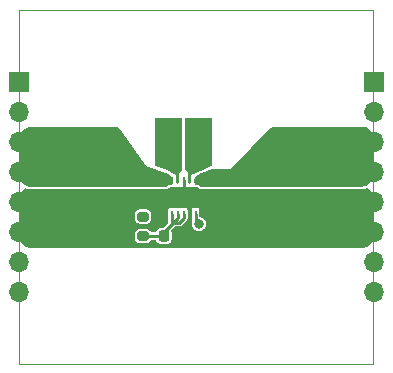
<source format=gbr>
G04 #@! TF.GenerationSoftware,KiCad,Pcbnew,(5.99.0-11522-g728b160719)*
G04 #@! TF.CreationDate,2021-07-25T13:21:19+10:00*
G04 #@! TF.ProjectId,DC_DC,44435f44-432e-46b6-9963-61645f706362,0.2*
G04 #@! TF.SameCoordinates,Original*
G04 #@! TF.FileFunction,Copper,L1,Top*
G04 #@! TF.FilePolarity,Positive*
%FSLAX46Y46*%
G04 Gerber Fmt 4.6, Leading zero omitted, Abs format (unit mm)*
G04 Created by KiCad (PCBNEW (5.99.0-11522-g728b160719)) date 2021-07-25 13:21:19*
%MOMM*%
%LPD*%
G01*
G04 APERTURE LIST*
G04 Aperture macros list*
%AMRoundRect*
0 Rectangle with rounded corners*
0 $1 Rounding radius*
0 $2 $3 $4 $5 $6 $7 $8 $9 X,Y pos of 4 corners*
0 Add a 4 corners polygon primitive as box body*
4,1,4,$2,$3,$4,$5,$6,$7,$8,$9,$2,$3,0*
0 Add four circle primitives for the rounded corners*
1,1,$1+$1,$2,$3*
1,1,$1+$1,$4,$5*
1,1,$1+$1,$6,$7*
1,1,$1+$1,$8,$9*
0 Add four rect primitives between the rounded corners*
20,1,$1+$1,$2,$3,$4,$5,0*
20,1,$1+$1,$4,$5,$6,$7,0*
20,1,$1+$1,$6,$7,$8,$9,0*
20,1,$1+$1,$8,$9,$2,$3,0*%
%AMFreePoly0*
4,1,21,-0.125000,1.200000,0.125000,1.200000,0.125000,1.700000,0.375000,1.700000,0.375000,1.200000,0.825000,1.200000,0.825000,-1.200000,0.375000,-1.200000,0.375000,-1.700000,0.125000,-1.700000,0.125000,-1.200000,-0.125000,-1.200000,-0.125000,-1.700000,-0.375000,-1.700000,-0.375000,-1.200000,-0.825000,-1.200000,-0.825000,1.200000,-0.375000,1.200000,-0.375000,1.700000,-0.125000,1.700000,
-0.125000,1.200000,-0.125000,1.200000,$1*%
G04 Aperture macros list end*
G04 #@! TA.AperFunction,Profile*
%ADD10C,0.100000*%
G04 #@! TD*
G04 #@! TA.AperFunction,SMDPad,CuDef*
%ADD11RoundRect,0.225000X-0.250000X0.225000X-0.250000X-0.225000X0.250000X-0.225000X0.250000X0.225000X0*%
G04 #@! TD*
G04 #@! TA.AperFunction,SMDPad,CuDef*
%ADD12RoundRect,0.200000X0.275000X-0.200000X0.275000X0.200000X-0.275000X0.200000X-0.275000X-0.200000X0*%
G04 #@! TD*
G04 #@! TA.AperFunction,SMDPad,CuDef*
%ADD13R,0.240000X0.600000*%
G04 #@! TD*
G04 #@! TA.AperFunction,ComponentPad*
%ADD14C,0.500000*%
G04 #@! TD*
G04 #@! TA.AperFunction,SMDPad,CuDef*
%ADD15FreePoly0,270.000000*%
G04 #@! TD*
G04 #@! TA.AperFunction,ComponentPad*
%ADD16R,1.700000X1.700000*%
G04 #@! TD*
G04 #@! TA.AperFunction,ComponentPad*
%ADD17O,1.700000X1.700000*%
G04 #@! TD*
G04 #@! TA.AperFunction,SMDPad,CuDef*
%ADD18R,0.980000X3.400000*%
G04 #@! TD*
G04 #@! TA.AperFunction,SMDPad,CuDef*
%ADD19RoundRect,0.225000X-0.225000X-0.250000X0.225000X-0.250000X0.225000X0.250000X-0.225000X0.250000X0*%
G04 #@! TD*
G04 #@! TA.AperFunction,ViaPad*
%ADD20C,0.800000*%
G04 #@! TD*
G04 #@! TA.AperFunction,Conductor*
%ADD21C,0.250000*%
G04 #@! TD*
G04 APERTURE END LIST*
D10*
X84303000Y-48006000D02*
X114275000Y-48006000D01*
X114275000Y-48006000D02*
X114275000Y-77978000D01*
X114275000Y-77978000D02*
X84303000Y-77978000D01*
X84303000Y-77978000D02*
X84303000Y-48006000D01*
D11*
G04 #@! TO.P,C3,1*
G04 #@! TO.N,+3V3*
X101643500Y-62204000D03*
G04 #@! TO.P,C3,2*
G04 #@! TO.N,GND*
X101643500Y-63754000D03*
G04 #@! TD*
G04 #@! TO.P,C1,1*
G04 #@! TO.N,VSS*
X94785500Y-62230000D03*
G04 #@! TO.P,C1,2*
G04 #@! TO.N,GND*
X94785500Y-63780000D03*
G04 #@! TD*
D12*
G04 #@! TO.P,R2,1*
G04 #@! TO.N,Net-(C2-Pad1)*
X94785500Y-67183000D03*
G04 #@! TO.P,R2,2*
G04 #@! TO.N,VSS*
X94785500Y-65533000D03*
G04 #@! TD*
D13*
G04 #@! TO.P,U1,1,VOUT*
G04 #@! TO.N,+3V3*
X99214500Y-62481000D03*
G04 #@! TO.P,U1,2,L2*
G04 #@! TO.N,Net-(L1-Pad2)*
X98714500Y-62481000D03*
G04 #@! TO.P,U1,3,PGND*
G04 #@! TO.N,GND*
X98214500Y-62481000D03*
G04 #@! TO.P,U1,4,L1*
G04 #@! TO.N,Net-(L1-Pad1)*
X97714500Y-62481000D03*
G04 #@! TO.P,U1,5,VIN*
G04 #@! TO.N,VSS*
X97214500Y-62481000D03*
G04 #@! TO.P,U1,6,EN*
G04 #@! TO.N,Net-(C2-Pad1)*
X97214500Y-65281000D03*
G04 #@! TO.P,U1,7,PS/SYNC*
X97714500Y-65281000D03*
G04 #@! TO.P,U1,8,VINA*
X98214500Y-65281000D03*
G04 #@! TO.P,U1,9,GND*
G04 #@! TO.N,GND*
X98714500Y-65281000D03*
G04 #@! TO.P,U1,10,FB*
G04 #@! TO.N,+3V3*
X99214500Y-65281000D03*
D14*
G04 #@! TO.P,U1,11,PGND*
G04 #@! TO.N,GND*
X99164500Y-63881000D03*
X98214500Y-64456000D03*
X98214500Y-63306000D03*
D15*
X98214500Y-63881000D03*
D14*
X97264500Y-63881000D03*
G04 #@! TD*
D11*
G04 #@! TO.P,C4,1*
G04 #@! TO.N,+3V3*
X103548500Y-62204000D03*
G04 #@! TO.P,C4,2*
G04 #@! TO.N,GND*
X103548500Y-63754000D03*
G04 #@! TD*
D16*
G04 #@! TO.P,J2,1,Pin_1*
G04 #@! TO.N,N/C*
X114300000Y-54102000D03*
D17*
G04 #@! TO.P,J2,2,Pin_2*
X114300000Y-56642000D03*
G04 #@! TO.P,J2,3,Pin_3*
G04 #@! TO.N,+3V3*
X114300000Y-59182000D03*
G04 #@! TO.P,J2,4,Pin_4*
X114300000Y-61722000D03*
G04 #@! TO.P,J2,5,Pin_5*
G04 #@! TO.N,GND*
X114300000Y-64262000D03*
G04 #@! TO.P,J2,6,Pin_6*
X114300000Y-66802000D03*
G04 #@! TO.P,J2,7,Pin_7*
G04 #@! TO.N,N/C*
X114300000Y-69342000D03*
G04 #@! TO.P,J2,8,Pin_8*
X114300000Y-71882000D03*
G04 #@! TD*
D18*
G04 #@! TO.P,L1,1*
G04 #@! TO.N,Net-(L1-Pad1)*
X97029500Y-59388000D03*
G04 #@! TO.P,L1,2*
G04 #@! TO.N,Net-(L1-Pad2)*
X99399500Y-59388000D03*
G04 #@! TD*
D19*
G04 #@! TO.P,C2,1*
G04 #@! TO.N,Net-(C2-Pad1)*
X96537500Y-67183000D03*
G04 #@! TO.P,C2,2*
G04 #@! TO.N,GND*
X98087500Y-67183000D03*
G04 #@! TD*
D16*
G04 #@! TO.P,J1,1,Pin_1*
G04 #@! TO.N,N/C*
X84303000Y-54102000D03*
D17*
G04 #@! TO.P,J1,2,Pin_2*
X84303000Y-56642000D03*
G04 #@! TO.P,J1,3,Pin_3*
G04 #@! TO.N,VSS*
X84303000Y-59182000D03*
G04 #@! TO.P,J1,4,Pin_4*
X84303000Y-61722000D03*
G04 #@! TO.P,J1,5,Pin_5*
G04 #@! TO.N,GND*
X84303000Y-64262000D03*
G04 #@! TO.P,J1,6,Pin_6*
X84303000Y-66802000D03*
G04 #@! TO.P,J1,7,Pin_7*
G04 #@! TO.N,N/C*
X84303000Y-69342000D03*
G04 #@! TO.P,J1,8,Pin_8*
X84303000Y-71882000D03*
G04 #@! TD*
D20*
G04 #@! TO.N,+3V3*
X99484500Y-66167000D03*
X100584000Y-62230000D03*
G04 #@! TO.N,VSS*
X94785500Y-65532000D03*
X94785500Y-62230000D03*
G04 #@! TD*
D21*
G04 #@! TO.N,GND*
X98214500Y-62481000D02*
X98214500Y-63306000D01*
G04 #@! TO.N,Net-(C2-Pad1)*
X97714500Y-65281000D02*
X97714500Y-65651000D01*
X97714500Y-65651000D02*
X97325500Y-66040000D01*
X97833500Y-66040000D02*
X97325500Y-66040000D01*
X97214500Y-66151000D02*
X97214500Y-65281000D01*
X96537500Y-66828000D02*
X97214500Y-66151000D01*
X94785500Y-67183000D02*
X96537500Y-67183000D01*
X98214500Y-65281000D02*
X98214500Y-65659000D01*
X96537500Y-67183000D02*
X96537500Y-66828000D01*
X97325500Y-66040000D02*
X97214500Y-66151000D01*
X98214500Y-65659000D02*
X97833500Y-66040000D01*
G04 #@! TO.N,+3V3*
X99214500Y-65897000D02*
X99484500Y-66167000D01*
X99214500Y-65281000D02*
X99214500Y-65897000D01*
G04 #@! TO.N,VSS*
X94785500Y-65533000D02*
X94785500Y-65532000D01*
G04 #@! TD*
G04 #@! TA.AperFunction,Conductor*
G04 #@! TO.N,VSS*
G36*
X92188158Y-57915862D02*
G01*
X92363029Y-57931799D01*
X92387036Y-57936368D01*
X92549635Y-57984039D01*
X92572313Y-57993158D01*
X92722643Y-58071325D01*
X92743134Y-58084653D01*
X92875543Y-58190376D01*
X92893075Y-58207408D01*
X93006559Y-58341406D01*
X93014003Y-58351116D01*
X93434429Y-58958397D01*
X94996000Y-61214000D01*
X96903109Y-61941804D01*
X96916941Y-61948062D01*
X97034102Y-62009833D01*
X97059024Y-62027096D01*
X97152307Y-62109981D01*
X97172383Y-62132699D01*
X97243159Y-62235463D01*
X97257229Y-62262325D01*
X97301404Y-62379025D01*
X97308647Y-62408464D01*
X97323385Y-62530050D01*
X97322757Y-62564865D01*
X97306874Y-62665422D01*
X97294756Y-62702825D01*
X97254763Y-62781561D01*
X97206080Y-62833238D01*
X97142424Y-62850500D01*
X97014500Y-62850500D01*
X96989669Y-62855439D01*
X96948028Y-62863722D01*
X96948026Y-62863723D01*
X96935859Y-62866143D01*
X96925544Y-62873035D01*
X96925542Y-62873036D01*
X96879506Y-62903797D01*
X96869190Y-62910690D01*
X96850643Y-62938448D01*
X96796165Y-62983975D01*
X96746410Y-62994444D01*
X88014250Y-63031291D01*
X85313420Y-63042688D01*
X85301042Y-63042130D01*
X85123916Y-63025392D01*
X85099617Y-63020652D01*
X84935163Y-62971381D01*
X84912253Y-62961976D01*
X84760615Y-62881488D01*
X84739987Y-62867783D01*
X84607022Y-62759189D01*
X84589473Y-62741713D01*
X84480325Y-62609216D01*
X84466535Y-62588650D01*
X84385400Y-62437337D01*
X84375906Y-62414486D01*
X84325937Y-62250226D01*
X84321095Y-62225950D01*
X84303610Y-62048900D01*
X84303000Y-62036517D01*
X84303000Y-58964561D01*
X84303602Y-58952260D01*
X84320855Y-58776376D01*
X84325636Y-58752242D01*
X84374949Y-58588991D01*
X84384326Y-58566253D01*
X84464422Y-58415694D01*
X84478041Y-58395209D01*
X84585870Y-58263082D01*
X84603212Y-58245631D01*
X84734653Y-58136983D01*
X84755055Y-58123235D01*
X84905104Y-58042200D01*
X84927789Y-58032678D01*
X84985127Y-58014966D01*
X85090733Y-57982343D01*
X85114827Y-57977413D01*
X85290611Y-57959057D01*
X85302895Y-57958378D01*
X87254901Y-57946156D01*
X92175947Y-57915344D01*
X92188158Y-57915862D01*
G37*
G04 #@! TD.AperFunction*
G04 #@! TD*
G04 #@! TA.AperFunction,Conductor*
G04 #@! TO.N,GND*
G36*
X99136723Y-63008035D02*
G01*
X99156215Y-63018938D01*
X99156220Y-63018940D01*
X99162400Y-63022397D01*
X99188892Y-63030176D01*
X99226198Y-63041130D01*
X99226202Y-63041131D01*
X99230521Y-63042399D01*
X99234969Y-63043039D01*
X99234976Y-63043040D01*
X99282419Y-63049861D01*
X99282426Y-63049861D01*
X99286867Y-63050500D01*
X99356349Y-63050500D01*
X99424470Y-63070502D01*
X99444646Y-63086614D01*
X99467688Y-63109249D01*
X99467694Y-63109254D01*
X99473213Y-63114675D01*
X99479886Y-63118594D01*
X99543167Y-63155760D01*
X99557021Y-63163897D01*
X99564451Y-63166079D01*
X99564452Y-63166079D01*
X99620819Y-63182630D01*
X99620823Y-63182631D01*
X99625142Y-63183899D01*
X99629590Y-63184539D01*
X99629597Y-63184540D01*
X99677040Y-63191361D01*
X99677047Y-63191361D01*
X99681488Y-63192000D01*
X113268813Y-63192000D01*
X113269544Y-63191982D01*
X113269549Y-63191982D01*
X113272366Y-63191913D01*
X113278631Y-63191759D01*
X113279424Y-63191720D01*
X113279452Y-63191719D01*
X113285517Y-63191421D01*
X113290981Y-63191152D01*
X113300767Y-63190430D01*
X113301522Y-63190356D01*
X113301541Y-63190354D01*
X113475822Y-63173188D01*
X113475826Y-63173188D01*
X113477344Y-63173038D01*
X113478841Y-63172816D01*
X113478849Y-63172815D01*
X113495233Y-63170385D01*
X113495234Y-63170385D01*
X113496750Y-63170160D01*
X113520967Y-63165344D01*
X113522452Y-63164972D01*
X113522461Y-63164970D01*
X113527759Y-63163643D01*
X113540013Y-63160573D01*
X113675485Y-63119479D01*
X113746477Y-63118846D01*
X113771452Y-63128931D01*
X113819628Y-63154682D01*
X113840158Y-63168399D01*
X113972521Y-63277026D01*
X113989974Y-63294479D01*
X114098601Y-63426842D01*
X114112319Y-63447372D01*
X114193029Y-63598371D01*
X114202482Y-63621190D01*
X114252185Y-63785043D01*
X114257002Y-63809263D01*
X114274393Y-63985837D01*
X114275000Y-63998187D01*
X114275000Y-67192813D01*
X114274393Y-67205163D01*
X114257002Y-67381737D01*
X114252185Y-67405957D01*
X114224109Y-67498514D01*
X114202482Y-67569809D01*
X114193029Y-67592629D01*
X114127324Y-67715556D01*
X114112319Y-67743628D01*
X114098601Y-67764158D01*
X113989974Y-67896521D01*
X113972521Y-67913974D01*
X113840158Y-68022601D01*
X113819631Y-68036317D01*
X113727417Y-68085607D01*
X113668629Y-68117029D01*
X113645810Y-68126482D01*
X113481957Y-68176185D01*
X113457740Y-68181001D01*
X113281163Y-68198393D01*
X113268813Y-68199000D01*
X85309187Y-68199000D01*
X85296837Y-68198393D01*
X85120260Y-68181001D01*
X85096043Y-68176185D01*
X84932190Y-68126482D01*
X84909371Y-68117029D01*
X84850583Y-68085607D01*
X84758369Y-68036317D01*
X84737842Y-68022601D01*
X84605479Y-67913974D01*
X84588026Y-67896521D01*
X84479399Y-67764158D01*
X84465681Y-67743628D01*
X84450677Y-67715556D01*
X84384971Y-67592629D01*
X84375518Y-67569809D01*
X84353891Y-67498514D01*
X84325815Y-67405957D01*
X84320998Y-67381737D01*
X84303607Y-67205163D01*
X84303000Y-67192813D01*
X84303000Y-66951432D01*
X94110000Y-66951432D01*
X94110000Y-67414568D01*
X94124847Y-67508306D01*
X94182444Y-67621347D01*
X94272153Y-67711056D01*
X94385194Y-67768653D01*
X94478932Y-67783500D01*
X95092068Y-67783500D01*
X95185806Y-67768653D01*
X95298847Y-67711056D01*
X95388556Y-67621347D01*
X95411001Y-67577296D01*
X95459748Y-67525682D01*
X95523267Y-67508500D01*
X95796543Y-67508500D01*
X95864664Y-67528502D01*
X95908810Y-67577296D01*
X95964218Y-67686042D01*
X96059458Y-67781282D01*
X96179468Y-67842430D01*
X96189257Y-67843980D01*
X96189259Y-67843981D01*
X96219632Y-67848791D01*
X96280931Y-67858500D01*
X96794069Y-67858500D01*
X96855368Y-67848791D01*
X96885741Y-67843981D01*
X96885743Y-67843980D01*
X96895532Y-67842430D01*
X97015542Y-67781282D01*
X97110782Y-67686042D01*
X97171930Y-67566032D01*
X97188000Y-67464569D01*
X97188000Y-66901431D01*
X97171930Y-66799968D01*
X97164184Y-66784765D01*
X97151081Y-66714988D01*
X97177782Y-66649204D01*
X97187357Y-66638469D01*
X97423421Y-66402405D01*
X97485733Y-66368379D01*
X97512516Y-66365500D01*
X97814028Y-66365500D01*
X97825010Y-66365980D01*
X97851317Y-66368282D01*
X97851325Y-66368281D01*
X97862305Y-66369242D01*
X97872951Y-66366389D01*
X97872956Y-66366389D01*
X97898700Y-66359490D01*
X97909432Y-66357111D01*
X97918134Y-66355576D01*
X97935679Y-66352483D01*
X97935681Y-66352482D01*
X97946538Y-66350568D01*
X97956086Y-66345055D01*
X97959372Y-66343859D01*
X97962528Y-66342387D01*
X97973175Y-66339535D01*
X97982207Y-66333211D01*
X98004048Y-66317919D01*
X98013316Y-66312015D01*
X98036391Y-66298692D01*
X98036392Y-66298691D01*
X98045941Y-66293178D01*
X98070008Y-66264496D01*
X98077435Y-66256392D01*
X98166827Y-66167000D01*
X98879000Y-66167000D01*
X98899632Y-66323715D01*
X98960122Y-66469750D01*
X99056347Y-66595153D01*
X99181750Y-66691378D01*
X99327785Y-66751868D01*
X99484500Y-66772500D01*
X99492688Y-66771422D01*
X99633027Y-66752946D01*
X99641215Y-66751868D01*
X99787250Y-66691378D01*
X99912653Y-66595153D01*
X100008878Y-66469750D01*
X100069368Y-66323715D01*
X100090000Y-66167000D01*
X100069368Y-66010285D01*
X100008878Y-65864250D01*
X99912653Y-65738847D01*
X99787250Y-65642622D01*
X99641215Y-65582132D01*
X99633287Y-65581088D01*
X99572766Y-65544199D01*
X99541744Y-65480338D01*
X99540000Y-65459444D01*
X99540000Y-64981000D01*
X99530138Y-64931422D01*
X99526778Y-64914528D01*
X99526777Y-64914526D01*
X99524357Y-64902359D01*
X99517465Y-64892044D01*
X99517464Y-64892042D01*
X99486703Y-64846006D01*
X99479810Y-64835690D01*
X99464500Y-64825460D01*
X99423458Y-64798036D01*
X99423456Y-64798035D01*
X99413141Y-64791143D01*
X99400974Y-64788723D01*
X99400972Y-64788722D01*
X99359331Y-64780439D01*
X99334500Y-64775500D01*
X99094500Y-64775500D01*
X99069669Y-64780439D01*
X99028028Y-64788722D01*
X99028026Y-64788723D01*
X99015859Y-64791143D01*
X99005544Y-64798035D01*
X99005542Y-64798036D01*
X98964500Y-64825460D01*
X98949190Y-64835690D01*
X98942297Y-64846006D01*
X98911536Y-64892042D01*
X98911535Y-64892044D01*
X98904643Y-64902359D01*
X98902223Y-64914526D01*
X98902222Y-64914528D01*
X98898862Y-64931422D01*
X98889000Y-64981000D01*
X98889000Y-65877528D01*
X98888520Y-65888510D01*
X98886218Y-65914817D01*
X98886219Y-65914825D01*
X98885258Y-65925805D01*
X98888111Y-65936451D01*
X98888111Y-65936456D01*
X98895010Y-65962202D01*
X98897388Y-65972930D01*
X98898120Y-65977081D01*
X98898957Y-66015409D01*
X98885365Y-66118653D01*
X98879000Y-66167000D01*
X98166827Y-66167000D01*
X98430892Y-65902935D01*
X98438996Y-65895508D01*
X98459232Y-65878528D01*
X98467678Y-65871441D01*
X98486519Y-65838806D01*
X98492423Y-65829540D01*
X98507711Y-65807707D01*
X98507714Y-65807701D01*
X98514034Y-65798675D01*
X98516887Y-65788030D01*
X98518365Y-65784859D01*
X98519558Y-65781582D01*
X98525068Y-65772038D01*
X98531613Y-65734924D01*
X98533991Y-65724197D01*
X98540889Y-65698455D01*
X98540889Y-65698453D01*
X98543742Y-65687806D01*
X98540479Y-65650510D01*
X98540000Y-65639528D01*
X98540000Y-64981000D01*
X98530138Y-64931422D01*
X98526778Y-64914528D01*
X98526777Y-64914526D01*
X98524357Y-64902359D01*
X98517465Y-64892044D01*
X98517464Y-64892042D01*
X98486703Y-64846006D01*
X98479810Y-64835690D01*
X98464500Y-64825460D01*
X98423458Y-64798036D01*
X98423456Y-64798035D01*
X98413141Y-64791143D01*
X98400974Y-64788723D01*
X98400972Y-64788722D01*
X98359331Y-64780439D01*
X98334500Y-64775500D01*
X98094500Y-64775500D01*
X98015859Y-64791143D01*
X98009467Y-64795414D01*
X97942131Y-64802654D01*
X97921148Y-64796493D01*
X97913141Y-64791143D01*
X97834500Y-64775500D01*
X97594500Y-64775500D01*
X97515859Y-64791143D01*
X97509467Y-64795414D01*
X97442131Y-64802654D01*
X97421148Y-64796493D01*
X97413141Y-64791143D01*
X97334500Y-64775500D01*
X97094500Y-64775500D01*
X97069669Y-64780439D01*
X97028028Y-64788722D01*
X97028026Y-64788723D01*
X97015859Y-64791143D01*
X97005544Y-64798035D01*
X97005542Y-64798036D01*
X96964500Y-64825460D01*
X96949190Y-64835690D01*
X96942297Y-64846006D01*
X96911536Y-64892042D01*
X96911535Y-64892044D01*
X96904643Y-64902359D01*
X96902223Y-64914526D01*
X96902222Y-64914528D01*
X96898862Y-64931422D01*
X96889000Y-64981000D01*
X96889000Y-65963983D01*
X96868998Y-66032104D01*
X96852095Y-66053079D01*
X96434577Y-66470596D01*
X96372265Y-66504621D01*
X96345482Y-66507500D01*
X96280931Y-66507500D01*
X96219632Y-66517209D01*
X96189259Y-66522019D01*
X96189257Y-66522020D01*
X96179468Y-66523570D01*
X96059458Y-66584718D01*
X95964218Y-66679958D01*
X95910817Y-66784765D01*
X95908810Y-66788703D01*
X95860062Y-66840318D01*
X95796543Y-66857500D01*
X95523267Y-66857500D01*
X95455146Y-66837498D01*
X95411000Y-66788703D01*
X95402745Y-66772500D01*
X95388556Y-66744653D01*
X95298847Y-66654944D01*
X95185806Y-66597347D01*
X95092068Y-66582500D01*
X94478932Y-66582500D01*
X94385194Y-66597347D01*
X94272153Y-66654944D01*
X94182444Y-66744653D01*
X94124847Y-66857694D01*
X94110000Y-66951432D01*
X84303000Y-66951432D01*
X84303000Y-65301432D01*
X94110000Y-65301432D01*
X94110000Y-65764568D01*
X94124847Y-65858306D01*
X94182444Y-65971347D01*
X94272153Y-66061056D01*
X94385194Y-66118653D01*
X94478932Y-66133500D01*
X94746859Y-66133500D01*
X94763305Y-66134578D01*
X94785500Y-66137500D01*
X94793688Y-66136422D01*
X94807695Y-66134578D01*
X94824141Y-66133500D01*
X95092068Y-66133500D01*
X95185806Y-66118653D01*
X95298847Y-66061056D01*
X95388556Y-65971347D01*
X95446153Y-65858306D01*
X95461000Y-65764568D01*
X95461000Y-65301432D01*
X95446153Y-65207694D01*
X95388556Y-65094653D01*
X95298847Y-65004944D01*
X95185806Y-64947347D01*
X95092068Y-64932500D01*
X94839332Y-64932500D01*
X94822886Y-64931422D01*
X94793688Y-64927578D01*
X94785500Y-64926500D01*
X94777312Y-64927578D01*
X94748114Y-64931422D01*
X94731668Y-64932500D01*
X94478932Y-64932500D01*
X94385194Y-64947347D01*
X94272153Y-65004944D01*
X94182444Y-65094653D01*
X94124847Y-65207694D01*
X94110000Y-65301432D01*
X84303000Y-65301432D01*
X84303000Y-63998187D01*
X84303607Y-63985837D01*
X84320998Y-63809263D01*
X84325815Y-63785043D01*
X84375518Y-63621190D01*
X84384971Y-63598371D01*
X84465681Y-63447372D01*
X84479399Y-63426842D01*
X84588026Y-63294479D01*
X84605486Y-63277020D01*
X84605488Y-63277019D01*
X84729887Y-63174927D01*
X84795234Y-63147173D01*
X84856224Y-63155563D01*
X84856340Y-63155260D01*
X84857643Y-63155758D01*
X84857655Y-63155760D01*
X84859210Y-63156398D01*
X84877763Y-63162967D01*
X85042217Y-63212238D01*
X85043712Y-63212607D01*
X85043720Y-63212609D01*
X85059824Y-63216582D01*
X85059835Y-63216585D01*
X85061325Y-63216952D01*
X85085624Y-63221692D01*
X85105100Y-63224505D01*
X85244306Y-63237660D01*
X85281463Y-63241171D01*
X85281471Y-63241172D01*
X85282226Y-63241243D01*
X85285927Y-63241501D01*
X85291269Y-63241874D01*
X85291301Y-63241876D01*
X85292035Y-63241927D01*
X85300156Y-63242293D01*
X85303633Y-63242450D01*
X85303646Y-63242450D01*
X85304413Y-63242485D01*
X85305147Y-63242500D01*
X85305178Y-63242501D01*
X85309567Y-63242590D01*
X85314264Y-63242686D01*
X85315015Y-63242683D01*
X85315035Y-63242683D01*
X88015094Y-63231289D01*
X96744049Y-63194456D01*
X96744058Y-63194455D01*
X96747254Y-63194442D01*
X96750435Y-63194104D01*
X96750439Y-63194104D01*
X96784408Y-63190497D01*
X96784410Y-63190497D01*
X96787590Y-63190159D01*
X96837345Y-63179690D01*
X96844275Y-63176327D01*
X96844279Y-63176326D01*
X96917485Y-63140804D01*
X96917484Y-63140804D01*
X96924416Y-63137441D01*
X96930327Y-63132502D01*
X96930329Y-63132500D01*
X96975441Y-63094800D01*
X96975444Y-63094797D01*
X96978894Y-63091914D01*
X96981901Y-63088567D01*
X96984739Y-63085828D01*
X97047649Y-63052921D01*
X97072229Y-63050500D01*
X97142424Y-63050500D01*
X97146558Y-63049949D01*
X97146565Y-63049949D01*
X97190626Y-63044081D01*
X97190630Y-63044080D01*
X97194769Y-63043529D01*
X97207392Y-63040106D01*
X97256870Y-63026689D01*
X97256882Y-63026686D01*
X97258425Y-63026267D01*
X97264167Y-63024392D01*
X97269484Y-63022656D01*
X97269486Y-63022655D01*
X97277736Y-63019961D01*
X97284943Y-63015127D01*
X97284949Y-63015124D01*
X97287581Y-63013358D01*
X97290227Y-63012553D01*
X97292752Y-63011323D01*
X97292948Y-63011725D01*
X97357767Y-62992000D01*
X99075212Y-62992000D01*
X99136723Y-63008035D01*
G37*
G04 #@! TD.AperFunction*
G04 #@! TD*
G04 #@! TA.AperFunction,Conductor*
G04 #@! TO.N,+3V3*
G36*
X113281163Y-57912607D02*
G01*
X113457740Y-57929999D01*
X113481957Y-57934815D01*
X113645809Y-57984518D01*
X113668629Y-57993971D01*
X113819631Y-58074683D01*
X113840158Y-58088399D01*
X113972521Y-58197026D01*
X113989974Y-58214479D01*
X114098601Y-58346842D01*
X114112319Y-58367372D01*
X114193029Y-58518371D01*
X114202482Y-58541190D01*
X114252185Y-58705043D01*
X114257002Y-58729263D01*
X114274393Y-58905837D01*
X114275000Y-58918187D01*
X114275000Y-61985813D01*
X114274393Y-61998163D01*
X114261187Y-62132249D01*
X114257002Y-62174737D01*
X114252185Y-62198957D01*
X114202482Y-62362809D01*
X114193029Y-62385629D01*
X114115844Y-62530034D01*
X114112319Y-62536628D01*
X114098601Y-62557158D01*
X113989974Y-62689521D01*
X113972521Y-62706974D01*
X113840158Y-62815601D01*
X113819631Y-62829317D01*
X113755264Y-62863722D01*
X113668629Y-62910029D01*
X113645810Y-62919482D01*
X113481957Y-62969185D01*
X113457740Y-62974001D01*
X113281163Y-62991393D01*
X113268813Y-62992000D01*
X99681488Y-62992000D01*
X99613367Y-62971998D01*
X99576723Y-62936002D01*
X99566703Y-62921006D01*
X99559810Y-62910690D01*
X99549494Y-62903797D01*
X99503458Y-62873036D01*
X99503456Y-62873035D01*
X99493141Y-62866143D01*
X99480974Y-62863723D01*
X99480972Y-62863722D01*
X99439331Y-62855439D01*
X99414500Y-62850500D01*
X99286867Y-62850500D01*
X99218746Y-62830498D01*
X99174600Y-62781703D01*
X99134315Y-62702639D01*
X99122133Y-62665146D01*
X99106252Y-62564873D01*
X99105613Y-62530034D01*
X99120332Y-62408334D01*
X99127545Y-62378949D01*
X99171688Y-62262057D01*
X99185698Y-62235241D01*
X99256433Y-62132249D01*
X99276434Y-62109544D01*
X99369684Y-62026384D01*
X99394522Y-62009102D01*
X99511662Y-61946992D01*
X99525455Y-61940710D01*
X100575797Y-61536732D01*
X100586767Y-61533081D01*
X100746458Y-61487959D01*
X100769169Y-61483742D01*
X100934420Y-61468530D01*
X100945970Y-61468000D01*
X102108000Y-61468000D01*
X103875563Y-59690000D01*
X105345500Y-58211383D01*
X105354663Y-58203031D01*
X105492055Y-58089682D01*
X105512631Y-58075869D01*
X105588340Y-58035222D01*
X105664047Y-57994577D01*
X105686938Y-57985056D01*
X105851334Y-57934989D01*
X105875646Y-57930134D01*
X106052884Y-57912611D01*
X106065281Y-57912000D01*
X113268813Y-57912000D01*
X113281163Y-57912607D01*
G37*
G04 #@! TD.AperFunction*
G04 #@! TD*
G04 #@! TA.AperFunction,Conductor*
G04 #@! TO.N,Net-(L1-Pad1)*
G36*
X98029621Y-57170002D02*
G01*
X98076114Y-57223658D01*
X98087500Y-57276000D01*
X98087500Y-61542810D01*
X98067498Y-61610931D01*
X98050595Y-61631905D01*
X97833500Y-61849000D01*
X97833500Y-62612000D01*
X97813498Y-62680121D01*
X97759842Y-62726614D01*
X97707500Y-62738000D01*
X97705500Y-62738000D01*
X97637379Y-62717998D01*
X97590886Y-62664342D01*
X97579500Y-62612000D01*
X97579500Y-61976000D01*
X96776612Y-61631905D01*
X95877866Y-61246728D01*
X95823133Y-61201509D01*
X95801500Y-61130916D01*
X95801500Y-57276000D01*
X95821502Y-57207879D01*
X95875158Y-57161386D01*
X95927500Y-57150000D01*
X97961500Y-57150000D01*
X98029621Y-57170002D01*
G37*
G04 #@! TD.AperFunction*
G04 #@! TD*
G04 #@! TA.AperFunction,Conductor*
G04 #@! TO.N,Net-(L1-Pad2)*
G36*
X100569621Y-57170002D02*
G01*
X100616114Y-57223658D01*
X100627500Y-57276000D01*
X100627500Y-61130916D01*
X100607498Y-61199037D01*
X100551134Y-61246728D01*
X99989473Y-61487440D01*
X98849500Y-61976000D01*
X98849500Y-62612000D01*
X98829498Y-62680121D01*
X98775842Y-62726614D01*
X98723500Y-62738000D01*
X98721500Y-62738000D01*
X98653379Y-62717998D01*
X98606886Y-62664342D01*
X98595500Y-62612000D01*
X98595500Y-61849000D01*
X98378405Y-61631905D01*
X98344379Y-61569593D01*
X98341500Y-61542810D01*
X98341500Y-57276000D01*
X98361502Y-57207879D01*
X98415158Y-57161386D01*
X98467500Y-57150000D01*
X100501500Y-57150000D01*
X100569621Y-57170002D01*
G37*
G04 #@! TD.AperFunction*
G04 #@! TD*
M02*

</source>
